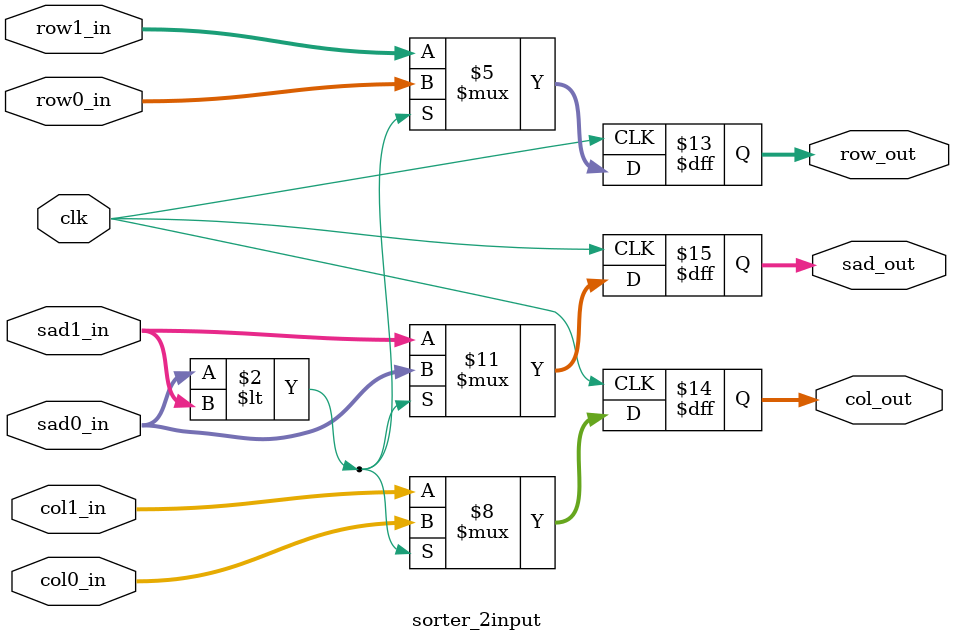
<source format=v>
`timescale 1ns / 1ps

module sorter_4input #(
    parameter DATA_WIDTH = 16,
    parameter INPUT_WIDTH = 8)
    (
    input Clk,
        
    input [INPUT_WIDTH-1:0] row0_in,
    input [INPUT_WIDTH-1:0] col0_in,
    input [DATA_WIDTH-1:0] sad0_in,
    
    input [INPUT_WIDTH-1:0] row1_in,
    input [INPUT_WIDTH-1:0] col1_in,
    input [DATA_WIDTH-1:0] sad1_in,

    input [INPUT_WIDTH-1:0] row2_in,
    input [INPUT_WIDTH-1:0] col2_in,
    input [DATA_WIDTH-1:0] sad2_in,

    input [INPUT_WIDTH-1:0] row3_in,
    input [INPUT_WIDTH-1:0] col3_in,
    input [DATA_WIDTH-1:0] sad3_in,
    
    output reg [INPUT_WIDTH-1:0] row_out,
    output reg [INPUT_WIDTH-1:0] col_out,
    output reg [DATA_WIDTH-1:0] sad_out
    );
    
    always @(posedge Clk) begin 

        sad_out = sad3_in;
        col_out = col3_in;
        row_out = row3_in;
        
        if (sad2_in < sad_out) begin 
            sad_out = sad2_in;
            col_out = col2_in;
            row_out = row2_in;
            end
            
        if (sad1_in < sad_out) begin 
            sad_out = sad1_in;
            col_out = col1_in;
            row_out = row1_in;
            end
        
        if (sad0_in < sad_out) begin 
            sad_out = sad0_in;
            col_out = col0_in;
            row_out = row0_in;

            end
            
        end
//    reg [INPUT_WIDTH-1:0] row0;
//    reg [INPUT_WIDTH-1:0] col0;
//    reg [DATA_WIDTH-1:0] sad0;

//    reg [INPUT_WIDTH-1:0] row1;
//    reg [INPUT_WIDTH-1:0] col1;
//    reg [DATA_WIDTH-1:0] sad1;
    
//    reg [INPUT_WIDTH-1:0] row2;
//    reg [INPUT_WIDTH-1:0] col2;
//    reg [DATA_WIDTH-1:0] sad2;
    
//    reg [INPUT_WIDTH-1:0] row3;
//    reg [INPUT_WIDTH-1:0] col3;
//    reg [DATA_WIDTH-1:0] sad3;
    
//    reg [INPUT_WIDTH-1:0] winner_row;
//    reg [INPUT_WIDTH-1:0] winner_col;
//    reg [DATA_WIDTH-1:0] winner_sad; 
    
//    always @(posedge Clk) begin 

//        sad3 <= sad3_in;
//        col3 <= col3_in;
//        row3 <= row3_in;
        
//        sad2 <= sad2_in;
//        col2 <= col2_in;
//        row2 <= row2_in;
        
//        sad1 <= sad1_in;
//        col1 <= col1_in;
//        row1 <= row1_in;
        
//        sad0 <= sad0_in;
//        col0 <= col0_in;
//        row0 <= row0_in;
//        end
        
//    always @(row0, col0, sad0, row1, col1, sad1, row2, col2, sad2, row3, col3, sad3) begin
//        winner_sad = sad3;
//        winner_col = col3;
//        winner_row = row3;
        
//        if (sad2 < winner_sad) begin 
//            winner_sad = sad0;
//            winner_col = col0;
//            winner_row = row0;
//            end
        
//        if (sad1 < winner_sad) begin 
//            winner_sad = sad0;
//            winner_col = col0;
//            winner_row = row0;
//            end
            
//        if (sad0 < winner_sad) begin 
//            winner_sad = sad0;
//            winner_col = col0;
//            winner_row = row0;
//            end
             
//        end
        
//    always @(negedge Clk) begin 
//        winner_sad <= sad_out;
//        winner_col <= col_out;
//        winner_row <= row_out;
//        end
        
    
        
        
endmodule

module sorter_2input #(
    parameter DATA_WIDTH = 16,
    parameter INPUT_WIDTH = 8)
    (
    input clk,
    input [INPUT_WIDTH-1:0] row0_in,
    input [INPUT_WIDTH-1:0] col0_in,
    input [DATA_WIDTH-1:0] sad0_in,
    
    input [INPUT_WIDTH-1:0] row1_in,
    input [INPUT_WIDTH-1:0] col1_in,
    input [DATA_WIDTH-1:0] sad1_in,
    
    output reg [INPUT_WIDTH-1:0] row_out,
    output reg [INPUT_WIDTH-1:0] col_out,
    output reg [DATA_WIDTH-1:0] sad_out
    );
    
    initial begin
        sad_out = 0;
        col_out = 0;
        row_out = 0;
        end
        
    always @(posedge clk) begin 

        sad_out = sad1_in;
        col_out = col1_in;
        row_out = row1_in;
        
        if (sad0_in < sad_out) begin 
            sad_out = sad0_in;
            col_out = col0_in;
            row_out = row0_in;

            end
            
        end
endmodule

</source>
